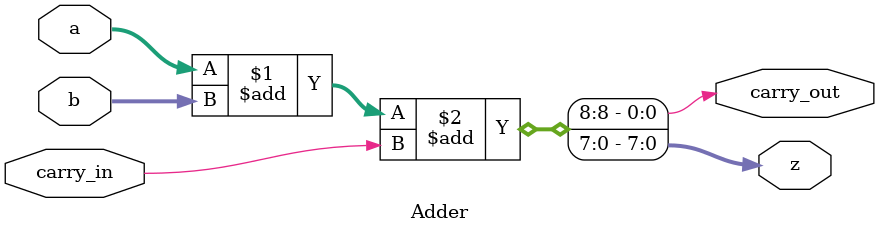
<source format=v>
module Adder#(parameter WIDTH = 8)(
  input wire[WIDTH-1:0] a,b,
  input carry_in,
  output carry_out,
  output wire [WIDTH-1:0] z
);
  
  assign {carry_out,z} = a+b+carry_in;
  
endmodule
</source>
